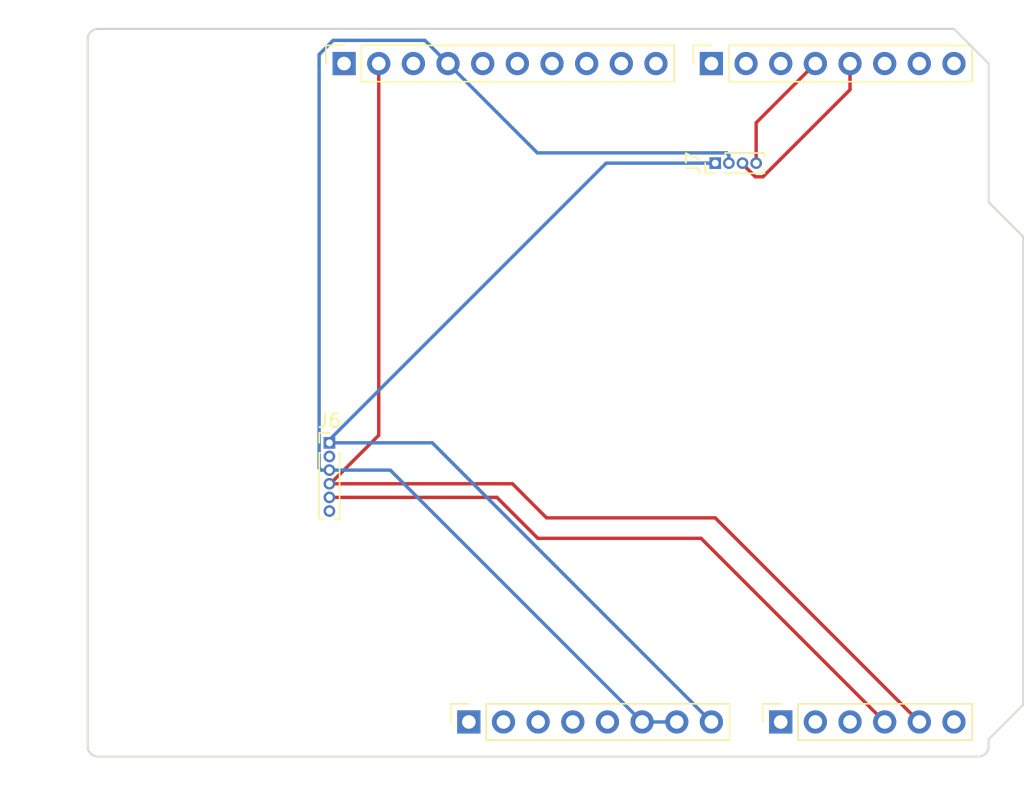
<source format=kicad_pcb>
(kicad_pcb (version 20241229) (generator "pcbnew") (generator_version "9.0")
  (title_block (date "mar. 31 mars 2015"))
  (layers (0 "F.Cu" signal) (2 "B.Cu" signal) (13 "F.Paste" user) (15 "B.Paste" user) (5 "F.SilkS" user "F.Silkscreen") (7 "B.SilkS" user "B.Silkscreen") (1 "F.Mask" user) (3 "B.Mask" user) (25 "Edge.Cuts" user))
  (net 0 "")
  (net 1 "GND")
  (net 3 "+5V")
  (net 4 "/IOREF")
  (net 5 "/A0")
  (net 6 "/A1")
  (net 7 "/A2")
  (net 8 "/A3")
  (net 9 "/SDA{slash}A4")
  (net 10 "/SCL{slash}A5")
  (net 11 "/13")
  (net 12 "/12")
  (net 13 "/AREF")
  (net 14 "/8")
  (net 15 "/7")
  (net 16 "/*11")
  (net 17 "/*10")
  (net 18 "/*9")
  (net 19 "/4")
  (net 20 "/2")
  (net 21 "/*6")
  (net 22 "/*5")
  (net 23 "/TX{slash}1")
  (net 24 "/*3")
  (net 25 "/RX{slash}0")
  (net 26 "+3V3")
  (net 27 "VCC")
  (net 28 "/~{RESET}")
  (footprint "Connector_PinSocket_2.54mm:PinSocket_1x08_P2.54mm_Vertical" (layer "F.Cu") (at 127.94 97.46 90)
    (property "Reference" "J1" (hide yes))
    (property "Value" "Power")
    (fp_line (start 1.33 -1.33) (end 1.33 0) (stroke (width 0.12)) (layer "F.SilkS"))
    (fp_line (start 0 -1.33) (end 1.33 -1.33) (stroke (width 0.12)) (layer "F.SilkS"))
    (fp_line (start 1.33 1.27) (end 1.33 19.11) (stroke (width 0.12)) (layer "F.SilkS"))
    (fp_line (start -1.33 1.27) (end 1.33 1.27) (stroke (width 0.12)) (layer "F.SilkS"))
    (fp_line (start -1.33 1.27) (end -1.33 19.11) (stroke (width 0.12)) (layer "F.SilkS"))
    (fp_line (start -1.33 19.11) (end 1.33 19.11) (stroke (width 0.12)) (layer "F.SilkS"))
    (pad "1" thru_hole rect (at 0 0 90) (size 1.7 1.7) (drill 1) (layers "*.Cu" "*.Mask"))
    (pad "2" thru_hole oval (at 0 2.54 90) (size 1.7 1.7) (drill 1) (layers "*.Cu" "*.Mask") (net 4 "/IOREF"))
    (pad "3" thru_hole oval (at 0 5.08 90) (size 1.7 1.7) (drill 1) (layers "*.Cu" "*.Mask") (net 28 "/~{RESET}"))
    (pad "4" thru_hole oval (at 0 7.62 90) (size 1.7 1.7) (drill 1) (layers "*.Cu" "*.Mask") (net 26 "+3V3"))
    (pad "5" thru_hole oval (at 0 10.16 90) (size 1.7 1.7) (drill 1) (layers "*.Cu" "*.Mask") (net 3 "+5V"))
    (pad "6" thru_hole oval (at 0 12.7 90) (size 1.7 1.7) (drill 1) (layers "*.Cu" "*.Mask") (net 1 "GND"))
    (pad "7" thru_hole oval (at 0 15.24 90) (size 1.7 1.7) (drill 1) (layers "*.Cu" "*.Mask") (net 1 "GND"))
    (pad "8" thru_hole oval (at 0 17.78 90) (size 1.7 1.7) (drill 1) (layers "*.Cu" "*.Mask") (net 27 "VCC"))
  )
  (footprint "Connector_PinSocket_2.54mm:PinSocket_1x06_P2.54mm_Vertical" (layer "F.Cu") (at 150.8 97.46 90)
    (property "Reference" "J3" (hide yes))
    (property "Value" "Analog")
    (fp_line (start 1.33 -1.33) (end 1.33 0) (stroke (width 0.12)) (layer "F.SilkS"))
    (fp_line (start 0 -1.33) (end 1.33 -1.33) (stroke (width 0.12)) (layer "F.SilkS"))
    (fp_line (start 1.33 1.27) (end 1.33 14.03) (stroke (width 0.12)) (layer "F.SilkS"))
    (fp_line (start -1.33 1.27) (end 1.33 1.27) (stroke (width 0.12)) (layer "F.SilkS"))
    (fp_line (start -1.33 1.27) (end -1.33 14.03) (stroke (width 0.12)) (layer "F.SilkS"))
    (fp_line (start -1.33 14.03) (end 1.33 14.03) (stroke (width 0.12)) (layer "F.SilkS"))
    (pad "1" thru_hole rect (at 0 0 90) (size 1.7 1.7) (drill 1) (layers "*.Cu" "*.Mask") (net 5 "/A0"))
    (pad "2" thru_hole oval (at 0 2.54 90) (size 1.7 1.7) (drill 1) (layers "*.Cu" "*.Mask") (net 6 "/A1"))
    (pad "3" thru_hole oval (at 0 5.08 90) (size 1.7 1.7) (drill 1) (layers "*.Cu" "*.Mask") (net 7 "/A2"))
    (pad "4" thru_hole oval (at 0 7.62 90) (size 1.7 1.7) (drill 1) (layers "*.Cu" "*.Mask") (net 8 "/A3"))
    (pad "5" thru_hole oval (at 0 10.16 90) (size 1.7 1.7) (drill 1) (layers "*.Cu" "*.Mask") (net 9 "/SDA{slash}A4"))
    (pad "6" thru_hole oval (at 0 12.7 90) (size 1.7 1.7) (drill 1) (layers "*.Cu" "*.Mask") (net 10 "/SCL{slash}A5"))
  )
  (footprint "Connector_PinSocket_2.54mm:PinSocket_1x10_P2.54mm_Vertical" (layer "F.Cu") (at 118.796 49.2 90)
    (property "Reference" "J2" (hide yes))
    (property "Value" "Digital/PWM")
    (fp_line (start 1.33 -1.33) (end 1.33 0) (stroke (width 0.12)) (layer "F.SilkS"))
    (fp_line (start 0 -1.33) (end 1.33 -1.33) (stroke (width 0.12)) (layer "F.SilkS"))
    (fp_line (start 1.33 1.27) (end 1.33 24.19) (stroke (width 0.12)) (layer "F.SilkS"))
    (fp_line (start -1.33 1.27) (end 1.33 1.27) (stroke (width 0.12)) (layer "F.SilkS"))
    (fp_line (start -1.33 1.27) (end -1.33 24.19) (stroke (width 0.12)) (layer "F.SilkS"))
    (fp_line (start -1.33 24.19) (end 1.33 24.19) (stroke (width 0.12)) (layer "F.SilkS"))
    (pad "1" thru_hole rect (at 0 0 90) (size 1.7 1.7) (drill 1) (layers "*.Cu" "*.Mask") (net 10 "/SCL{slash}A5"))
    (pad "2" thru_hole oval (at 0 2.54 90) (size 1.7 1.7) (drill 1) (layers "*.Cu" "*.Mask") (net 9 "/SDA{slash}A4"))
    (pad "3" thru_hole oval (at 0 5.08 90) (size 1.7 1.7) (drill 1) (layers "*.Cu" "*.Mask") (net 13 "/AREF"))
    (pad "4" thru_hole oval (at 0 7.62 90) (size 1.7 1.7) (drill 1) (layers "*.Cu" "*.Mask") (net 1 "GND"))
    (pad "5" thru_hole oval (at 0 10.16 90) (size 1.7 1.7) (drill 1) (layers "*.Cu" "*.Mask") (net 11 "/13"))
    (pad "6" thru_hole oval (at 0 12.7 90) (size 1.7 1.7) (drill 1) (layers "*.Cu" "*.Mask") (net 12 "/12"))
    (pad "7" thru_hole oval (at 0 15.24 90) (size 1.7 1.7) (drill 1) (layers "*.Cu" "*.Mask") (net 16 "/*11"))
    (pad "8" thru_hole oval (at 0 17.78 90) (size 1.7 1.7) (drill 1) (layers "*.Cu" "*.Mask") (net 17 "/*10"))
    (pad "9" thru_hole oval (at 0 20.32 90) (size 1.7 1.7) (drill 1) (layers "*.Cu" "*.Mask") (net 18 "/*9"))
    (pad "10" thru_hole oval (at 0 22.86 90) (size 1.7 1.7) (drill 1) (layers "*.Cu" "*.Mask") (net 14 "/8"))
  )
  (footprint "Connector_PinSocket_2.54mm:PinSocket_1x08_P2.54mm_Vertical" (layer "F.Cu") (at 145.72 49.2 90)
    (property "Reference" "J4" (hide yes))
    (property "Value" "Digital/PWM")
    (fp_line (start 1.33 -1.33) (end 1.33 0) (stroke (width 0.12)) (layer "F.SilkS"))
    (fp_line (start 0 -1.33) (end 1.33 -1.33) (stroke (width 0.12)) (layer "F.SilkS"))
    (fp_line (start 1.33 1.27) (end 1.33 19.11) (stroke (width 0.12)) (layer "F.SilkS"))
    (fp_line (start -1.33 1.27) (end 1.33 1.27) (stroke (width 0.12)) (layer "F.SilkS"))
    (fp_line (start -1.33 1.27) (end -1.33 19.11) (stroke (width 0.12)) (layer "F.SilkS"))
    (fp_line (start -1.33 19.11) (end 1.33 19.11) (stroke (width 0.12)) (layer "F.SilkS"))
    (pad "1" thru_hole rect (at 0 0 90) (size 1.7 1.7) (drill 1) (layers "*.Cu" "*.Mask") (net 15 "/7"))
    (pad "2" thru_hole oval (at 0 2.54 90) (size 1.7 1.7) (drill 1) (layers "*.Cu" "*.Mask") (net 21 "/*6"))
    (pad "3" thru_hole oval (at 0 5.08 90) (size 1.7 1.7) (drill 1) (layers "*.Cu" "*.Mask") (net 22 "/*5"))
    (pad "4" thru_hole oval (at 0 7.62 90) (size 1.7 1.7) (drill 1) (layers "*.Cu" "*.Mask") (net 19 "/4"))
    (pad "5" thru_hole oval (at 0 10.16 90) (size 1.7 1.7) (drill 1) (layers "*.Cu" "*.Mask") (net 24 "/*3"))
    (pad "6" thru_hole oval (at 0 12.7 90) (size 1.7 1.7) (drill 1) (layers "*.Cu" "*.Mask") (net 20 "/2"))
    (pad "7" thru_hole oval (at 0 15.24 90) (size 1.7 1.7) (drill 1) (layers "*.Cu" "*.Mask") (net 23 "/TX{slash}1"))
    (pad "8" thru_hole oval (at 0 17.78 90) (size 1.7 1.7) (drill 1) (layers "*.Cu" "*.Mask") (net 25 "/RX{slash}0"))
  )
  (footprint "Arduino_MountingHole:MountingHole_3.2mm" (layer "F.Cu") (at 115.24 49.2)
    (property "Reference" "MH1" (hide yes))
    (property "Value" "MountingHole_3.2mm" (hide yes))
    (pad "" np_thru_hole circle (at 0 0) (size 3.2 3.2) (drill 3.2) (layers "*.Cu" "*.Mask"))
  )
  (footprint "Connector_PinHeader_1.00mm:PinHeader_1x04_P1.00mm_Vertical" (layer "F.Cu") (at 146 56.5 90)
    (property "Reference" "J7" (at 0 -1.61 90) (layer "F.SilkS"))
    (property "Value" "Conn_01x04")
    (fp_line (start -0.745 -0.735) (end 0 -0.735) (stroke (width 0.12)) (layer "F.SilkS"))
    (fp_line (start -0.745 0) (end -0.745 -0.735) (stroke (width 0.12)) (layer "F.SilkS"))
    (fp_line (start 0.745 0.735) (end 0.745 3.61) (stroke (width 0.12)) (layer "F.SilkS"))
    (fp_line (start 0.685565 0.735) (end 0.745 0.735) (stroke (width 0.12)) (layer "F.SilkS"))
    (fp_line (start -0.745 0.735) (end -0.685565 0.735) (stroke (width 0.12)) (layer "F.SilkS"))
    (fp_line (start -0.745 0.735) (end -0.745 3.61) (stroke (width 0.12)) (layer "F.SilkS"))
    (fp_line (start 0.41003 3.61) (end 0.745 3.61) (stroke (width 0.12)) (layer "F.SilkS"))
    (fp_line (start -0.745 3.61) (end -0.41003 3.61) (stroke (width 0.12)) (layer "F.SilkS"))
    (pad "1" thru_hole rect (at 0 0 90) (size 0.85 0.85) (drill 0.5) (layers "*.Cu" "*.Mask") (net 27 "VCC"))
    (pad "2" thru_hole circle (at 0 1 90) (size 0.85 0.85) (drill 0.5) (layers "*.Cu" "*.Mask") (net 1 "GND"))
    (pad "3" thru_hole circle (at 0 2 90) (size 0.85 0.85) (drill 0.5) (layers "*.Cu" "*.Mask") (net 24 "/*3"))
    (pad "4" thru_hole circle (at 0 3 90) (size 0.85 0.85) (drill 0.5) (layers "*.Cu" "*.Mask") (net 19 "/4"))
  )
  (footprint "Connector_PinHeader_1.00mm:PinHeader_1x06_P1.00mm_Vertical" (layer "F.Cu") (at 117.72 77)
    (property "Reference" "J6" (at 0 -1.61 0) (layer "F.SilkS"))
    (property "Value" "Conn_01x06")
    (fp_line (start -0.745 -0.735) (end 0 -0.735) (stroke (width 0.12)) (layer "F.SilkS"))
    (fp_line (start -0.745 0) (end -0.745 -0.735) (stroke (width 0.12)) (layer "F.SilkS"))
    (fp_line (start -0.745 0.735) (end -0.745 5.61) (stroke (width 0.12)) (layer "F.SilkS"))
    (fp_line (start -0.745 0.735) (end -0.685565 0.735) (stroke (width 0.12)) (layer "F.SilkS"))
    (fp_line (start -0.745 5.61) (end -0.41003 5.61) (stroke (width 0.12)) (layer "F.SilkS"))
    (fp_line (start 0.41003 5.61) (end 0.745 5.61) (stroke (width 0.12)) (layer "F.SilkS"))
    (fp_line (start 0.685565 0.735) (end 0.745 0.735) (stroke (width 0.12)) (layer "F.SilkS"))
    (fp_line (start 0.745 0.735) (end 0.745 5.61) (stroke (width 0.12)) (layer "F.SilkS"))
    (pad "1" thru_hole rect (at 0 0) (size 0.85 0.85) (drill 0.5) (layers "*.Cu" "*.Mask") (net 27 "VCC"))
    (pad "2" thru_hole circle (at 0 1) (size 0.85 0.85) (drill 0.5) (layers "*.Cu" "*.Mask"))
    (pad "3" thru_hole circle (at 0 2) (size 0.85 0.85) (drill 0.5) (layers "*.Cu" "*.Mask") (net 1 "GND"))
    (pad "4" thru_hole circle (at 0 3) (size 0.85 0.85) (drill 0.5) (layers "*.Cu" "*.Mask") (net 9 "/SDA{slash}A4"))
    (pad "5" thru_hole circle (at 0 4) (size 0.85 0.85) (drill 0.5) (layers "*.Cu" "*.Mask") (net 8 "/A3"))
    (pad "6" thru_hole circle (at 0 5) (size 0.85 0.85) (drill 0.5) (layers "*.Cu" "*.Mask"))
  )
  (footprint "Arduino_MountingHole:MountingHole_3.2mm" (layer "F.Cu") (at 113.97 97.46)
    (property "Reference" "MH2" (hide yes))
    (property "Value" "MountingHole_3.2mm" (hide yes))
    (pad "" np_thru_hole circle (at 0 0) (size 3.2 3.2) (drill 3.2) (layers "*.Cu" "*.Mask"))
  )
  (footprint "Arduino_MountingHole:MountingHole_3.2mm" (layer "F.Cu") (at 166.04 64.44)
    (property "Reference" "MH3" (hide yes))
    (property "Value" "MountingHole_3.2mm" (hide yes))
    (pad "" np_thru_hole circle (at 0 0) (size 3.2 3.2) (drill 3.2) (layers "*.Cu" "*.Mask"))
  )
  (footprint "Arduino_MountingHole:MountingHole_3.2mm" (layer "F.Cu") (at 166.04 92.38)
    (property "Reference" "MH4" (hide yes))
    (property "Value" "MountingHole_3.2mm" (hide yes))
    (pad "" np_thru_hole circle (at 0 0) (size 3.2 3.2) (drill 3.2) (layers "*.Cu" "*.Mask"))
  )
  (gr_line (start 166.04 59.36) (end 168.58 61.9) (stroke (width 0.15)) (layer "Edge.Cuts"))
  (gr_line (start 100 99.238) (end 100 47.422) (stroke (width 0.15)) (layer "Edge.Cuts"))
  (gr_line (start 168.58 61.9) (end 168.58 96.19) (stroke (width 0.15)) (layer "Edge.Cuts"))
  (gr_line (start 165.278 100) (end 100.762 100) (stroke (width 0.15)) (layer "Edge.Cuts"))
  (gr_line (start 100.762 46.66) (end 163.5 46.66) (stroke (width 0.15)) (layer "Edge.Cuts"))
  (gr_arc (start 100.762 100) (mid 100.223185 99.776815) (end 100 99.238) (stroke (width 0.15)) (layer "Edge.Cuts"))
  (gr_line (start 168.58 96.19) (end 166.04 98.73) (stroke (width 0.15)) (layer "Edge.Cuts"))
  (gr_line (start 163.5 46.66) (end 166.04 49.2) (stroke (width 0.15)) (layer "Edge.Cuts"))
  (gr_arc (start 166.04 99.238) (mid 165.816815 99.776815) (end 165.278 100) (stroke (width 0.15)) (layer "Edge.Cuts"))
  (gr_line (start 166.04 49.2) (end 166.04 59.36) (stroke (width 0.15)) (layer "Edge.Cuts"))
  (gr_line (start 166.04 98.73) (end 166.04 99.238) (stroke (width 0.15)) (layer "Edge.Cuts"))
  (gr_arc (start 100 47.422) (mid 100.223185 46.883185) (end 100.762 46.66) (stroke (width 0.15)) (layer "Edge.Cuts"))
  (segment (start 116.966 78.84704) (end 116.966 48.534) (width 0.25) (layer "B.Cu") (net 1))
  (segment (start 147 55.89896) (end 147 56.5) (width 0.25) (layer "B.Cu") (net 1))
  (segment (start 117.72 79) (end 122.18 79) (width 0.25) (layer "B.Cu") (net 1))
  (segment (start 122.18 79) (end 140.64 97.46) (width 0.25) (layer "B.Cu") (net 1))
  (segment (start 116.966 48.534) (end 118 47.5) (width 0.25) (layer "B.Cu") (net 1))
  (segment (start 126.416 49.2) (end 132.965 55.749) (width 0.25) (layer "B.Cu") (net 1))
  (segment (start 118 47.5) (end 124.716 47.5) (width 0.25) (layer "B.Cu") (net 1))
  (segment (start 117.72 79) (end 117.11896 79) (width 0.25) (layer "B.Cu") (net 1))
  (segment (start 124.716 47.5) (end 126.416 49.2) (width 0.25) (layer "B.Cu") (net 1))
  (segment (start 132.965 55.749) (end 146.85004 55.749) (width 0.25) (layer "B.Cu") (net 1))
  (segment (start 143.18 97.46) (end 140.64 97.46) (width 0.25) (layer "B.Cu") (net 1))
  (segment (start 117.11896 79) (end 116.966 78.84704) (width 0.25) (layer "B.Cu") (net 1))
  (segment (start 146.85004 55.749) (end 147 55.89896) (width 0.25) (layer "B.Cu") (net 1))
  (segment (start 130 81) (end 117.72 81) (width 0.25) (layer "F.Cu") (net 8))
  (segment (start 144.96 84) (end 133 84) (width 0.25) (layer "F.Cu") (net 8))
  (segment (start 133 84) (end 130 81) (width 0.25) (layer "F.Cu") (net 8))
  (segment (start 158.42 97.46) (end 144.96 84) (width 0.25) (layer "F.Cu") (net 8))
  (segment (start 146 82.5) (end 133.63781 82.5) (width 0.25) (layer "F.Cu") (net 9))
  (segment (start 117.782075 80) (end 121.336 76.446075) (width 0.25) (layer "F.Cu") (net 9))
  (segment (start 133.63781 82.5) (end 131.13781 80) (width 0.25) (layer "F.Cu") (net 9))
  (segment (start 117.72 80) (end 117.782075 80) (width 0.25) (layer "F.Cu") (net 9))
  (segment (start 121.336 76.446075) (end 121.336 49.2) (width 0.25) (layer "F.Cu") (net 9))
  (segment (start 131.13781 80) (end 117.72 80) (width 0.25) (layer "F.Cu") (net 9))
  (segment (start 160.96 97.46) (end 146 82.5) (width 0.25) (layer "F.Cu") (net 9))
  (segment (start 149 53.54) (end 153.34 49.2) (width 0.25) (layer "F.Cu") (net 19))
  (segment (start 149 56.5) (end 149 53.54) (width 0.25) (layer "F.Cu") (net 19))
  (segment (start 148 56.562075) (end 148.937925 57.5) (width 0.25) (layer "F.Cu") (net 24))
  (segment (start 155.88 51.12) (end 155.88 49.2) (width 0.25) (layer "F.Cu") (net 24))
  (segment (start 148.937925 57.5) (end 149.5 57.5) (width 0.25) (layer "F.Cu") (net 24))
  (segment (start 148 56.5) (end 148 56.562075) (width 0.25) (layer "F.Cu") (net 24))
  (segment (start 149.5 57.5) (end 155.88 51.12) (width 0.25) (layer "F.Cu") (net 24))
  (segment (start 125.26 77) (end 145.72 97.46) (width 0.25) (layer "B.Cu") (net 27))
  (segment (start 117.72 77) (end 117.72 76.78) (width 0.25) (layer "B.Cu") (net 27))
  (segment (start 117.72 76.78) (end 138 56.5) (width 0.25) (layer "B.Cu") (net 27))
  (segment (start 117.72 77) (end 125.26 77) (width 0.25) (layer "B.Cu") (net 27))
  (segment (start 138 56.5) (end 146 56.5) (width 0.25) (layer "B.Cu") (net 27))
)
</source>
